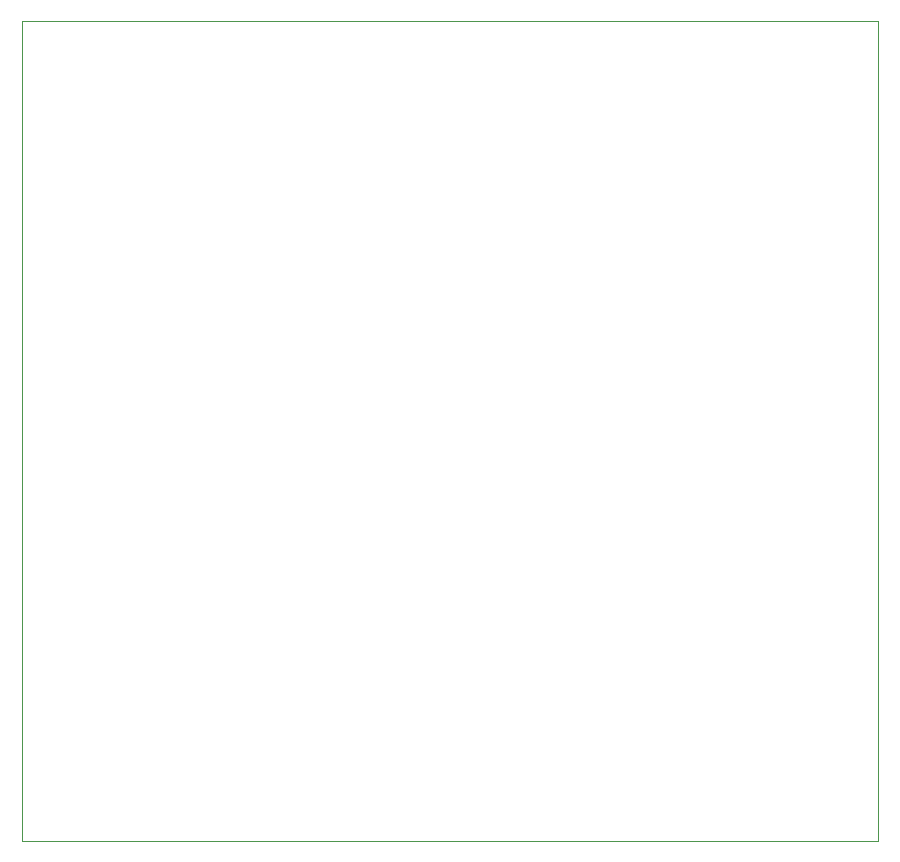
<source format=gbr>
%TF.GenerationSoftware,KiCad,Pcbnew,9.0.6*%
%TF.CreationDate,2025-11-25T16:13:47-08:00*%
%TF.ProjectId,CMPE 110 Lab Project,434d5045-2031-4313-9020-4c6162205072,rev?*%
%TF.SameCoordinates,Original*%
%TF.FileFunction,Profile,NP*%
%FSLAX46Y46*%
G04 Gerber Fmt 4.6, Leading zero omitted, Abs format (unit mm)*
G04 Created by KiCad (PCBNEW 9.0.6) date 2025-11-25 16:13:47*
%MOMM*%
%LPD*%
G01*
G04 APERTURE LIST*
%TA.AperFunction,Profile*%
%ADD10C,0.050000*%
%TD*%
G04 APERTURE END LIST*
D10*
X104267000Y-31115000D02*
X176784000Y-31115000D01*
X176784000Y-100584000D01*
X104267000Y-100584000D01*
X104267000Y-31115000D01*
M02*

</source>
